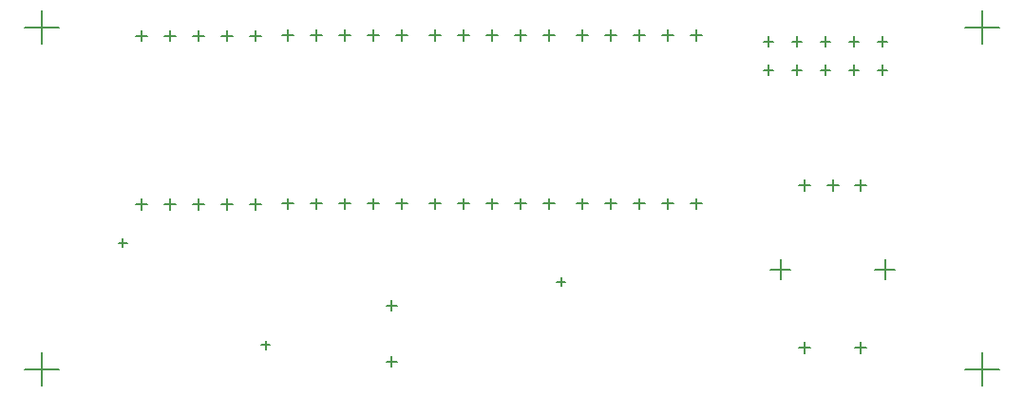
<source format=gbr>
%TF.GenerationSoftware,Altium Limited,Altium Designer,22.4.2 (48)*%
G04 Layer_Color=128*
%FSLAX26Y26*%
%MOIN*%
%TF.SameCoordinates,DC04713F-A1B7-43D7-85F6-64DFF616D11F*%
%TF.FilePolarity,Positive*%
%TF.FileFunction,Drillmap*%
%TF.Part,Single*%
G01*
G75*
%TA.AperFunction,NonConductor*%
%ADD52C,0.005000*%
D52*
X1090945Y3650000D02*
X1209055D01*
X1150000Y3590945D02*
Y3709055D01*
X4390945Y3650000D02*
X4509055D01*
X4450000Y3590945D02*
Y3709055D01*
X4390945Y4850000D02*
X4509055D01*
X4450000Y4790945D02*
Y4909055D01*
X1090945Y4850000D02*
X1209055D01*
X1150000Y4790945D02*
Y4909055D01*
X2359284Y3676574D02*
X2394716D01*
X2377000Y3658858D02*
Y3694291D01*
X2359284Y3873426D02*
X2394716D01*
X2377000Y3855709D02*
Y3891142D01*
X4072637Y4000000D02*
X4143503D01*
X4108070Y3964567D02*
Y4035433D01*
X3706497Y4000000D02*
X3777363D01*
X3741930Y3964567D02*
Y4035433D01*
X3905315Y4295276D02*
X3944685D01*
X3925000Y4275591D02*
Y4314961D01*
X3806889Y4295276D02*
X3846259D01*
X3826574Y4275591D02*
Y4314961D01*
X4003741Y4295276D02*
X4043111D01*
X4023426Y4275591D02*
Y4314961D01*
X3806889Y3724410D02*
X3846259D01*
X3826574Y3704725D02*
Y3744095D01*
X4003741Y3724410D02*
X4043111D01*
X4023426Y3704725D02*
Y3744095D01*
X3026315Y4230448D02*
X3065685D01*
X3046000Y4210763D02*
Y4250133D01*
X3126315Y4230448D02*
X3165685D01*
X3146000Y4210763D02*
Y4250133D01*
X3226315Y4230448D02*
X3265685D01*
X3246000Y4210763D02*
Y4250133D01*
X3326315Y4230448D02*
X3365685D01*
X3346000Y4210763D02*
Y4250133D01*
X3426315Y4230448D02*
X3465685D01*
X3446000Y4210763D02*
Y4250133D01*
X3426315Y4821000D02*
X3465685D01*
X3446000Y4801315D02*
Y4840685D01*
X3326315Y4821000D02*
X3365685D01*
X3346000Y4801315D02*
Y4840685D01*
X3226315Y4821000D02*
X3265685D01*
X3246000Y4801315D02*
Y4840685D01*
X3126315Y4821000D02*
X3165685D01*
X3146000Y4801315D02*
Y4840685D01*
X3026315Y4821000D02*
X3065685D01*
X3046000Y4801315D02*
Y4840685D01*
X2510315Y4230448D02*
X2549685D01*
X2530000Y4210763D02*
Y4250133D01*
X2610315Y4230448D02*
X2649685D01*
X2630000Y4210763D02*
Y4250133D01*
X2710315Y4230448D02*
X2749685D01*
X2730000Y4210763D02*
Y4250133D01*
X2810315Y4230448D02*
X2849685D01*
X2830000Y4210763D02*
Y4250133D01*
X2910315Y4230448D02*
X2949685D01*
X2930000Y4210763D02*
Y4250133D01*
X2910315Y4821000D02*
X2949685D01*
X2930000Y4801315D02*
Y4840685D01*
X2810315Y4821000D02*
X2849685D01*
X2830000Y4801315D02*
Y4840685D01*
X2710315Y4821000D02*
X2749685D01*
X2730000Y4801315D02*
Y4840685D01*
X2610315Y4821000D02*
X2649685D01*
X2630000Y4801315D02*
Y4840685D01*
X2510315Y4821000D02*
X2549685D01*
X2530000Y4801315D02*
Y4840685D01*
X1994315Y4230448D02*
X2033685D01*
X2014000Y4210763D02*
Y4250133D01*
X2094315Y4230448D02*
X2133685D01*
X2114000Y4210763D02*
Y4250133D01*
X2194315Y4230448D02*
X2233685D01*
X2214000Y4210763D02*
Y4250133D01*
X2294315Y4230448D02*
X2333685D01*
X2314000Y4210763D02*
Y4250133D01*
X2394315Y4230448D02*
X2433685D01*
X2414000Y4210763D02*
Y4250133D01*
X2394315Y4821000D02*
X2433685D01*
X2414000Y4801315D02*
Y4840685D01*
X2294315Y4821000D02*
X2333685D01*
X2314000Y4801315D02*
Y4840685D01*
X2194315Y4821000D02*
X2233685D01*
X2214000Y4801315D02*
Y4840685D01*
X2094315Y4821000D02*
X2133685D01*
X2114000Y4801315D02*
Y4840685D01*
X1994315Y4821000D02*
X2033685D01*
X2014000Y4801315D02*
Y4840685D01*
X1478741Y4229724D02*
X1518111D01*
X1498426Y4210039D02*
Y4249409D01*
X1578741Y4229724D02*
X1618111D01*
X1598426Y4210039D02*
Y4249409D01*
X1678741Y4229724D02*
X1718111D01*
X1698426Y4210039D02*
Y4249409D01*
X1778741Y4229724D02*
X1818111D01*
X1798426Y4210039D02*
Y4249409D01*
X1878741Y4229724D02*
X1918111D01*
X1898426Y4210039D02*
Y4249409D01*
X1878741Y4820276D02*
X1918111D01*
X1898426Y4800591D02*
Y4839961D01*
X1778741Y4820276D02*
X1818111D01*
X1798426Y4800591D02*
Y4839961D01*
X1678741Y4820276D02*
X1718111D01*
X1698426Y4800591D02*
Y4839961D01*
X1578741Y4820276D02*
X1618111D01*
X1598426Y4800591D02*
Y4839961D01*
X1478741Y4820276D02*
X1518111D01*
X1498426Y4800591D02*
Y4839961D01*
X3682500Y4800000D02*
X3717500D01*
X3700000Y4782500D02*
Y4817500D01*
X3782500Y4800000D02*
X3817500D01*
X3800000Y4782500D02*
Y4817500D01*
X3882500Y4800000D02*
X3917500D01*
X3900000Y4782500D02*
Y4817500D01*
X3982500Y4800000D02*
X4017500D01*
X4000000Y4782500D02*
Y4817500D01*
X4082500Y4800000D02*
X4117500D01*
X4100000Y4782500D02*
Y4817500D01*
X4082500Y4700000D02*
X4117500D01*
X4100000Y4682500D02*
Y4717500D01*
X3982500Y4700000D02*
X4017500D01*
X4000000Y4682500D02*
Y4717500D01*
X3882500Y4700000D02*
X3917500D01*
X3900000Y4682500D02*
Y4717500D01*
X3782500Y4700000D02*
X3817500D01*
X3800000Y4682500D02*
Y4717500D01*
X3682500Y4700000D02*
X3717500D01*
X3700000Y4682500D02*
Y4717500D01*
X1920000Y3734000D02*
X1950000D01*
X1935000Y3719000D02*
Y3749000D01*
X2957000Y3956504D02*
X2987000D01*
X2972000Y3941504D02*
Y3971504D01*
X1419000Y4093000D02*
X1449000D01*
X1434000Y4078000D02*
Y4108000D01*
%TF.MD5,ca118f551692b73b8e1965e492bdd9cc*%
M02*

</source>
